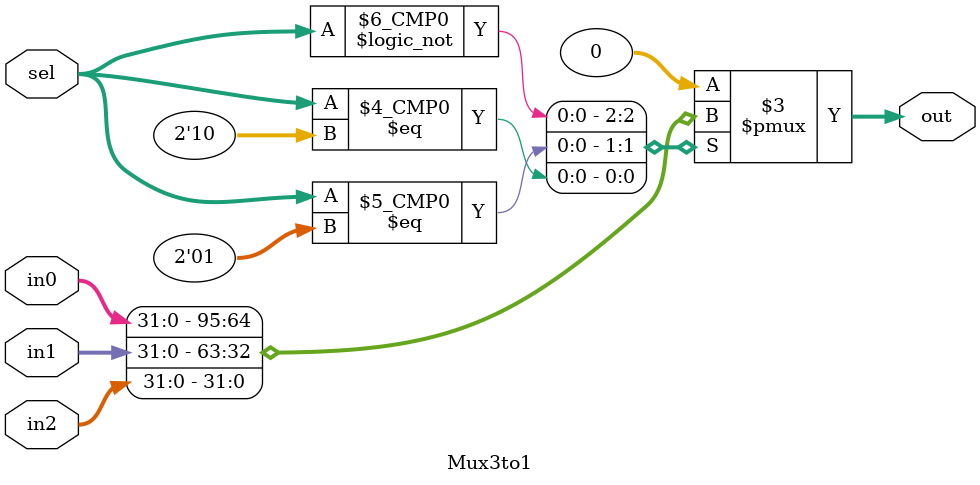
<source format=v>
`timescale 1ns / 1ps

module Mux3to1(
    input [31:0] in0,
    input [31:0] in1,
    input [31:0] in2,
    input [1:0] sel,
    output reg [31:0] out
);
    always @(*) begin
        case (sel)
            2'b00: out = in0;
            2'b01: out = in1;
            2'b10: out = in2;
            default: out = 32'b0;
        endcase
    end
endmodule
</source>
